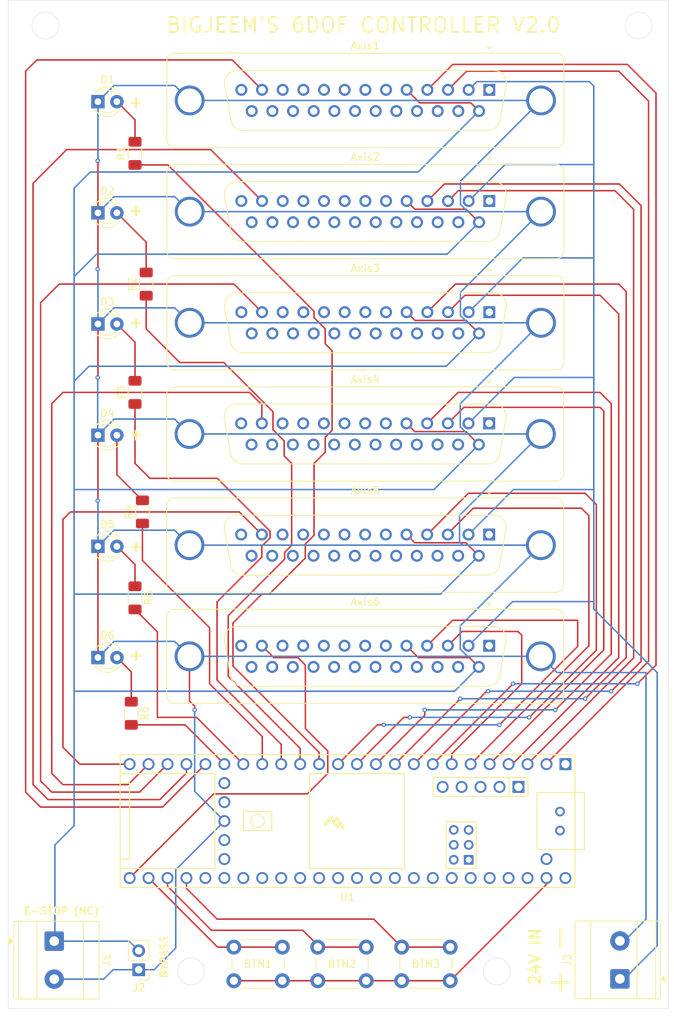
<source format=kicad_pcb>
(kicad_pcb (version 20241229) (generator "pcbnew") (generator_version "9.0")
  (layers (0 "F.Cu" signal) (2 "B.Cu" signal) (13 "F.Paste" user) (15 "B.Paste" user) (5 "F.SilkS" user "F.Silkscreen") (7 "B.SilkS" user "B.Silkscreen") (1 "F.Mask" user) (3 "B.Mask" user) (25 "Edge.Cuts" user))
  (net 0 "")
  (net 5 "Net-(U1-28_RX7)")
  (net 10 "Net-(Axis1-P14)")
  (net 11 "Net-(J3-Pin_1)")
  (net 12 "Net-(U1-6_OUT1D)")
  (net 16 "Net-(U1-0_RX1_CRX2_CS1)")
  (net 28 "Net-(U1-1_TX1_CTX2_MISO1)")
  (net 34 "Net-(U1-7_RX2_OUT1A)")
  (net 41 "Net-(U1-26_A12_MOSI1)")
  (net 60 "Net-(U1-27_A13_SCK1)")
  (net 86 "Net-(U1-25_A11_RX6_SDA2)")
  (net 105 "Net-(U1-24_A10_TX6_SCL2)")
  (net 118 "Net-(R2-Pad1)")
  (net 131 "Net-(U1-36_CS)")
  (net 133 "Net-(BTN1-Pad2)")
  (net 136 "Net-(U1-35_TX8)")
  (net 149 "Net-(U1-34_RX8)")
  (net 168 "Net-(U1-29_TX7)")
  (net 169 "Net-(U1-2_OUT2)")
  (net 170 "Net-(U1-8_TX2_IN1)")
  (net 171 "Net-(U1-30_CRX3)")
  (net 172 "Net-(U1-31_CTX3)")
  (net 173 "Net-(U1-3_LRCLK2)")
  (net 174 "Net-(U1-9_OUT1C)")
  (net 175 "Net-(U1-10_CS_MQSR)")
  (net 176 "Net-(U1-4_BCLK2)")
  (net 177 "Net-(U1-32_OUT1B)")
  (net 178 "Net-(U1-33_MCLK2)")
  (net 179 "Net-(U1-5_IN2)")
  (net 180 "Net-(U1-11_MOSI_CTX1)")
  (net 181 "Net-(D1-A)")
  (net 182 "Net-(D2-A)")
  (net 183 "Net-(D3-A)")
  (net 184 "Net-(D4-A)")
  (net 185 "Net-(D5-A)")
  (net 186 "Net-(D6-A)")
  (net 188 "Net-(U1-12_MISO_MQSL)")
  (net 189 "Net-(Axis1-PAD)")
  (footprint "LED_THT:LED_D3.0mm" (layer "F.Cu") (at 120.535 109.988961)
    (property "Reference" "D6")
    (property "Value" "LED")
  )
  (footprint "LED_THT:LED_D3.0mm" (layer "F.Cu") (at 120.535 65.344872)
    (property "Reference" "D3")
    (property "Value" "LED")
  )
  (footprint "Resistor_SMD:R_1206_3216Metric_Pad1.30x1.75mm_HandSolder" (layer "F.Cu") (at 125.5 42.5 90)
    (property "Reference" "R1")
    (property "Value" "R")
  )
  (footprint "Resistor_SMD:R_1206_3216Metric_Pad1.30x1.75mm_HandSolder" (layer "F.Cu") (at 125 117.45 -90)
    (property "Reference" "R6")
    (property "Value" "R")
  )
  (footprint "Resistor_SMD:R_1206_3216Metric_Pad1.30x1.75mm_HandSolder" (layer "F.Cu") (at 125.5 102 -90)
    (property "Reference" "R5")
    (property "Value" "R")
  )
  (footprint "Button_Switch_THT:SW_PUSH_6mm_H7.3mm" (layer "F.Cu") (at 150 148.75)
    (property "Reference" "BTN2" (hide yes))
    (property "Value" "SW_Push-UP")
  )
  (footprint "Connector_Dsub:DSUB-25_Socket_Vertical_P2.77x2.84mm_MountingHoles" (layer "F.Cu") (at 172.975 93.525452)
    (property "Reference" "Axis5")
    (property "Value" "DB25_Socket_MountingHoles")
  )
  (footprint "Button_Switch_THT:SW_PUSH_6mm_H7.3mm" (layer "F.Cu") (at 161.25 148.75)
    (property "Reference" "BTN3" (hide yes))
    (property "Value" "SW_Push-DOWN")
  )
  (footprint "Connector_Dsub:DSUB-25_Socket_Vertical_P2.77x2.84mm_MountingHoles" (layer "F.Cu") (at 173 34)
    (property "Reference" "Axis1")
    (property "Value" "DB25_Socket_MountingHoles")
  )
  (footprint "Button_Switch_THT:SW_PUSH_6mm_H7.3mm" (layer "F.Cu") (at 138.75 148.75)
    (property "Reference" "BTN1" (hide yes))
    (property "Value" "SW_Push-SELECT")
  )
  (footprint "TerminalBlock_Phoenix:TerminalBlock_Phoenix_MKDS-3-2-5.08_1x02_P5.08mm_Horizontal" (layer "F.Cu") (at 114.6725 147.955 -90)
    (property "Reference" "J1")
    (property "Value" "Screw_Terminal_01x02")
  )
  (footprint "teensy.pretty-master:Teensy41" (layer "F.Cu") (at 153.99 131.88 180)
    (property "Reference" "U1")
    (property "Value" "Teensy4.1")
  )
  (footprint "LED_THT:LED_D3.0mm" (layer "F.Cu") (at 120.535 35.582146)
    (property "Reference" "D1")
    (property "Value" "LED")
  )
  (footprint "LED_THT:LED_D3.0mm" (layer "F.Cu") (at 120.535 95.107598)
    (property "Reference" "D5")
    (property "Value" "LED")
  )
  (footprint "Resistor_SMD:R_1206_3216Metric_Pad1.30x1.75mm_HandSolder" (layer "F.Cu") (at 125.5 74.5 90)
    (property "Reference" "R3")
    (property "Value" "R")
  )
  (footprint "Connector_PinHeader_2.54mm:PinHeader_1x02_P2.54mm_Vertical" (layer "F.Cu") (at 126 151.775 180)
    (property "Reference" "J2")
    (property "Value" "Conn_01x02")
  )
  (footprint "Resistor_SMD:R_1206_3216Metric_Pad1.30x1.75mm_HandSolder" (layer "F.Cu") (at 126.5 90.5 90)
    (property "Reference" "R4")
    (property "Value" "R")
  )
  (footprint "Resistor_SMD:R_1206_3216Metric_Pad1.30x1.75mm_HandSolder" (layer "F.Cu") (at 127 60 90)
    (property "Reference" "R2")
    (property "Value" "R")
  )
  (footprint "LED_THT:LED_D3.0mm" (layer "F.Cu") (at 120.535 50.463509)
    (property "Reference" "D2")
    (property "Value" "LED")
  )
  (footprint "Connector_Dsub:DSUB-25_Socket_Vertical_P2.77x2.84mm_MountingHoles" (layer "F.Cu") (at 173 48.881363)
    (property "Reference" "Axis2")
    (property "Value" "DB25_Socket_MountingHoles")
  )
  (footprint "LED_THT:LED_D3.0mm" (layer "F.Cu") (at 120.535 80.226235)
    (property "Reference" "D4")
    (property "Value" "LED")
  )
  (footprint "TerminalBlock_Phoenix:TerminalBlock_Phoenix_MKDS-3-2-5.08_1x02_P5.08mm_Horizontal" (layer "F.Cu") (at 190.5 153 90)
    (property "Reference" "J3")
    (property "Value" "Screw_Terminal_01x02")
  )
  (footprint "Connector_Dsub:DSUB-25_Socket_Vertical_P2.77x2.84mm_MountingHoles" (layer "F.Cu") (at 172.975 108.406815)
    (property "Reference" "Axis6")
    (property "Value" "DB25_Socket_MountingHoles")
  )
  (footprint "Connector_Dsub:DSUB-25_Socket_Vertical_P2.77x2.84mm_MountingHoles" (layer "F.Cu") (at 173 63.762726)
    (property "Reference" "Axis3")
    (property "Value" "DB25_Socket_MountingHoles")
  )
  (footprint "Connector_Dsub:DSUB-25_Socket_Vertical_P2.77x2.84mm_MountingHoles" (layer "F.Cu") (at 172.975 78.644089)
    (property "Reference" "Axis4")
    (property "Value" "DB25_Socket_MountingHoles")
  )
  (gr_rect (start 108.5 22) (end 197 157) (stroke (width 0.05)) (fill no) (layer "Edge.Cuts"))
  (gr_circle (center 174 152) (end 175.8 152) (stroke (width 0.05)) (fill no) (layer "Edge.Cuts"))
  (gr_circle (center 193 25.4) (end 194.8 25.4) (stroke (width 0.05)) (fill no) (layer "Edge.Cuts"))
  (gr_circle (center 133 152) (end 134.8 152) (stroke (width 0.05)) (fill no) (layer "Edge.Cuts"))
  (gr_circle (center 113.5 25.4) (end 115.3 25.4) (stroke (width 0.05)) (fill no) (layer "Edge.Cuts"))
  (gr_text "+" (at 124.5 36.5 0) (layer "F.SilkS") (effects (font (size 1.5 1.5) (thickness 0.3) (bold yes)) (justify left bottom)))
  (gr_text "-" (at 181 145.5 270) (layer "F.SilkS") (effects (font (size 3 3) (thickness 0.3) (bold yes)) (justify left bottom)))
  (gr_text "BYPASS" (at 130 153 90) (layer "F.SilkS") (effects (font (size 1 1) (thickness 0.2) (bold yes)) (justify left bottom)))
  (gr_text "+" (at 124.5 51 0) (layer "F.SilkS") (effects (font (size 1.5 1.5) (thickness 0.3) (bold yes)) (justify left bottom)))
  (gr_text "+" (at 180.5 155 0) (layer "F.SilkS") (effects (font (size 3 3) (thickness 0.3) (bold yes)) (justify left bottom)))
  (gr_text "+" (at 124.5 96 0) (layer "F.SilkS") (effects (font (size 1.5 1.5) (thickness 0.3) (bold yes)) (justify left bottom)))
  (gr_text "+" (at 124.5 66 0) (layer "F.SilkS") (effects (font (size 1.5 1.5) (thickness 0.3) (bold yes)) (justify left bottom)))
  (gr_text "BIGJEEM'S 6DOF CONTROLLER V2.0" (at 129.5 26.5 0) (layer "F.SilkS") (effects (font (size 2 2) (thickness 0.25)) (justify left bottom)))
  (gr_text "E-STOP (NC)" (at 110.5 144.5 0) (layer "F.SilkS") (effects (font (size 1 1) (thickness 0.2) (bold yes)) (justify left bottom)))
  (gr_text "+" (at 124.5 81 0) (layer "F.SilkS") (effects (font (size 1.5 1.5) (thickness 0.3) (bold yes)) (justify left bottom)))
  (gr_text "+" (at 124.5 110.5 0) (layer "F.SilkS") (effects (font (size 1.5 1.5) (thickness 0.3) (bold yes)) (justify left bottom)))
  (gr_text "24V IN" (at 180 154 90) (layer "F.SilkS") (effects (font (size 1.5 1.5) (thickness 0.3) (bold yes)) (justify left bottom)))
  (segment (start 142.53 34) (end 138.53 30) (width 0.2) (layer "F.Cu") (net 5))
  (segment (start 138.53 30) (end 112.34 30) (width 0.2) (layer "F.Cu") (net 5))
  (segment (start 110.84 31.5) (end 110.84 128) (width 0.2) (layer "F.Cu") (net 5))
  (segment (start 112.84 130) (end 129.2 130) (width 0.2) (layer "F.Cu") (net 5))
  (segment (start 129.2 130) (end 134.94 124.26) (width 0.2) (layer "F.Cu") (net 5))
  (segment (start 110.84 128) (end 112.84 130) (width 0.2) (layer "F.Cu") (net 5))
  (segment (start 110.84 31.5) (end 112.34 30) (width 0.2) (layer "F.Cu") (net 5))
  (segment (start 163.021 49.982363) (end 161.92 48.881363) (width 0.2) (layer "F.Cu") (net 10))
  (segment (start 171.59 81.484089) (end 169.851 79.745089) (width 0.2) (layer "F.Cu") (net 10))
  (segment (start 169.876 49.982363) (end 163.021 49.982363) (width 0.2) (layer "F.Cu") (net 10))
  (segment (start 163.021 64.863726) (end 161.92 63.762726) (width 0.2) (layer "F.Cu") (net 10))
  (segment (start 162.996 94.626452) (end 161.895 93.525452) (width 0.2) (layer "F.Cu") (net 10))
  (segment (start 169.851 79.745089) (end 162.996 79.745089) (width 0.2) (layer "F.Cu") (net 10))
  (segment (start 163.488185 110) (end 161.895 108.406815) (width 0.2) (layer "F.Cu") (net 10))
  (segment (start 170.343185 110) (end 163.488185 110) (width 0.2) (layer "F.Cu") (net 10))
  (segment (start 171.615 36.84) (end 170.514 35.739) (width 0.2) (layer "F.Cu") (net 10))
  (segment (start 162.996 79.745089) (end 161.895 78.644089) (width 0.2) (layer "F.Cu") (net 10))
  (segment (start 171.59 96.365452) (end 169.851 94.626452) (width 0.2) (layer "F.Cu") (net 10))
  (segment (start 171.615 66.602726) (end 169.876 64.863726) (width 0.2) (layer "F.Cu") (net 10))
  (segment (start 171.59 111.246815) (end 170.343185 110) (width 0.2) (layer "F.Cu") (net 10))
  (segment (start 163.659 35.739) (end 161.92 34) (width 0.2) (layer "F.Cu") (net 10))
  (segment (start 170.514 35.739) (end 163.659 35.739) (width 0.2) (layer "F.Cu") (net 10))
  (segment (start 169.876 64.863726) (end 163.021 64.863726) (width 0.2) (layer "F.Cu") (net 10))
  (segment (start 171.615 51.721363) (end 169.876 49.982363) (width 0.2) (layer "F.Cu") (net 10))
  (segment (start 169.851 94.626452) (end 162.996 94.626452) (width 0.2) (layer "F.Cu") (net 10))
  (segment (start 117.34 101.5) (end 166.455452 101.5) (width 0.2) (layer "B.Cu") (net 10))
  (segment (start 117.34 101.5) (end 117.34 87.5) (width 0.2) (layer "B.Cu") (net 10))
  (segment (start 171.615 36.84) (end 163.455 45) (width 0.2) (layer "B.Cu") (net 10))
  (segment (start 117.34 87.5) (end 117.34 73) (width 0.2) (layer "B.Cu") (net 10))
  (segment (start 120.34 56) (end 117.34 59) (width 0.2) (layer "B.Cu") (net 10))
  (segment (start 117.34 47.16) (end 117.34 59) (width 0.2) (layer "B.Cu") (net 10))
  (segment (start 114.76 135.08) (end 117.34 132.5) (width 0.2) (layer "B.Cu") (net 10))
  (segment (start 119.5 45) (end 117.34 47.16) (width 0.2) (layer "B.Cu") (net 10))
  (segment (start 124.72 147.955) (end 114.6725 147.955) (width 0.2) (layer "B.Cu") (net 10))
  (segment (start 163.455 45) (end 119.5 45) (width 0.2) (layer "B.Cu") (net 10))
  (segment (start 117.34 73) (end 117.34 59) (width 0.2) (layer "B.Cu") (net 10))
  (segment (start 117.34 132.5) (end 117.34 114.5) (width 0.2) (layer "B.Cu") (net 10))
  (segment (start 171.59 81.484089) (end 165.574089 87.5) (width 0.2) (layer "B.Cu") (net 10))
  (segment (start 117.34 114.5) (end 168.336815 114.5) (width 0.2) (layer "B.Cu") (net 10))
  (segment (start 171.59 111.246815) (end 168.336815 114.5) (width 0.2) (layer "B.Cu") (net 10))
  (segment (start 117.34 114.5) (end 117.34 101.5) (width 0.2) (layer "B.Cu") (net 10))
  (segment (start 171.59 96.365452) (end 166.455452 101.5) (width 0.2) (layer "B.Cu") (net 10))
  (segment (start 114.76 147.8675) (end 114.76 135.08) (width 0.2) (layer "B.Cu") (net 10))
  (segment (start 117.34 87.5) (end 165.574089 87.5) (width 0.2) (layer "B.Cu") (net 10))
  (segment (start 167.336363 56) (end 120.34 56) (width 0.2) (layer "B.Cu") (net 10))
  (segment (start 126 149.235) (end 124.72 147.955) (width 0.2) (layer "B.Cu") (net 10))
  (segment (start 171.615 51.721363) (end 167.336363 56) (width 0.2) (layer "B.Cu") (net 10))
  (segment (start 119.34 71) (end 117.34 73) (width 0.2) (layer "B.Cu") (net 10))
  (segment (start 167.217726 71) (end 119.34 71) (width 0.2) (layer "B.Cu") (net 10))
  (segment (start 171.615 66.602726) (end 167.217726 71) (width 0.2) (layer "B.Cu") (net 10))
  (segment (start 187 87.5) (end 187 72.5) (width 0.2) (layer "B.Cu") (net 11))
  (segment (start 170.205 93.525452) (end 176.230452 87.5) (width 0.2) (layer "B.Cu") (net 11))
  (segment (start 186.399 32.899) (end 171.331 32.899) (width 0.2) (layer "B.Cu") (net 11))
  (segment (start 195.5 112) (end 187 103.5) (width 0.2) (layer "B.Cu") (net 11))
  (segment (start 191.08 153) (end 195.5 148.58) (width 0.2) (layer "B.Cu") (net 11))
  (segment (start 176.230452 87.5) (end 187 87.5) (width 0.2) (layer "B.Cu") (net 11))
  (segment (start 187 44) (end 187 33.5) (width 0.2) (layer "B.Cu") (net 11))
  (segment (start 187 56.5) (end 187 44) (width 0.2) (layer "B.Cu") (net 11))
  (segment (start 176.111815 102.5) (end 187 102.5) (width 0.2) (layer "B.Cu") (net 11))
  (segment (start 176.349089 72.5) (end 187 72.5) (width 0.2) (layer "B.Cu") (net 11))
  (segment (start 171.331 32.899) (end 170.23 34) (width 0.2) (layer "B.Cu") (net 11))
  (segment (start 195.5 148.58) (end 195.5 112) (width 0.2) (layer "B.Cu") (net 11))
  (segment (start 175.111363 44) (end 187 44) (width 0.2) (layer "B.Cu") (net 11))
  (segment (start 187 102.5) (end 187 103.5) (width 0.2) (layer "B.Cu") (net 11))
  (segment (start 187 72.5) (end 187 56.5) (width 0.2) (layer "B.Cu") (net 11))
  (segment (start 187 33.5) (end 186.399 32.899) (width 0.2) (layer "B.Cu") (net 11))
  (segment (start 170.23 48.881363) (end 175.111363 44) (width 0.2) (layer "B.Cu") (net 11))
  (segment (start 170.205 78.644089) (end 176.349089 72.5) (width 0.2) (layer "B.Cu") (net 11))
  (segment (start 170.23 63.762726) (end 177.492726 56.5) (width 0.2) (layer "B.Cu") (net 11))
  (segment (start 190.5 153) (end 191.08 153) (width 0.2) (layer "B.Cu") (net 11))
  (segment (start 177.492726 56.5) (end 187 56.5) (width 0.2) (layer "B.Cu") (net 11))
  (segment (start 170.205 108.406815) (end 176.111815 102.5) (width 0.2) (layer "B.Cu") (net 11))
  (segment (start 187 103.5) (end 187 87.5) (width 0.2) (layer "B.Cu") (net 11))
  (segment (start 195.34 34.4329) (end 191.5061 30.599) (width 0.2) (layer "F.Cu") (net 12))
  (segment (start 168.091 30.599) (end 164.69 34) (width 0.2) (layer "F.Cu") (net 12))
  (segment (start 195.34 111) (end 195.34 34.4329) (width 0.2) (layer "F.Cu") (net 12))
  (segment (start 192.84 113.5) (end 195.34 111) (width 0.2) (layer "F.Cu") (net 12))
  (segment (start 176.18 113.5) (end 165.42 124.26) (width 0.2) (layer "F.Cu") (net 12))
  (segment (start 191.5061 30.599) (end 168.091 30.599) (width 0.2) (layer "F.Cu") (net 12))
  (via (at 192.84 113.5) (size 0.6) (drill 0.3) (layers "F.Cu" "B.Cu") (net 12))
  (via (at 176.18 113.5) (size 0.6) (drill 0.3) (layers "F.Cu" "B.Cu") (net 12))
  (segment (start 176.18 113.5) (end 192.84 113.5) (width 0.2) (layer "B.Cu") (net 12))
  (segment (start 194.34 110.5) (end 180.66 124.18) (width 0.2) (layer "F.Cu") (net 16))
  (segment (start 167.46 34) (end 169.96 31.5) (width 0.2) (layer "F.Cu") (net 16))
  (segment (start 169.96 31.5) (end 190.34 31.5) (width 0.2) (layer "F.Cu") (net 16))
  (segment (start 190.34 31.5) (end 194.34 35.5) (width 0.2) (layer "F.Cu") (net 16))
  (segment (start 194.34 35.5) (end 194.34 110.5) (width 0.2) (layer "F.Cu") (net 16))
  (segment (start 178.12 124.26) (end 192.34 110.04) (width 0.2) (layer "F.Cu") (net 28))
  (segment (start 192.34 50) (end 189.84 47.5) (width 0.2) (layer "F.Cu") (net 28))
  (segment (start 192.34 110.04) (end 192.34 50) (width 0.2) (layer "F.Cu") (net 28))
  (segment (start 189.84 47.5) (end 168.841363 47.5) (width 0.2) (layer "F.Cu") (net 28))
  (segment (start 168.841363 47.5) (end 167.46 48.881363) (width 0.2) (layer "F.Cu") (net 28))
  (segment (start 193.34 110.5) (end 193.34 49.5) (width 0.2) (layer "F.Cu") (net 34))
  (segment (start 193.34 49.5) (end 190.439 46.599) (width 0.2) (layer "F.Cu") (net 34))
  (segment (start 190.439 46.599) (end 166.972363 46.599) (width 0.2) (layer "F.Cu") (net 34))
  (segment (start 172.84 114.495735) (end 172.644265 114.495735) (width 0.2) (layer "F.Cu") (net 34))
  (segment (start 166.972363 46.599) (end 164.69 48.881363) (width 0.2) (layer "F.Cu") (net 34))
  (segment (start 189.34 114.5) (end 193.34 110.5) (width 0.2) (layer "F.Cu") (net 34))
  (segment (start 172.644265 114.495735) (end 162.88 124.26) (width 0.2) (layer "F.Cu") (net 34))
  (via (at 172.84 114.495735) (size 0.6) (drill 0.3) (layers "F.Cu" "B.Cu") (net 34))
  (via (at 189.34 114.5) (size 0.6) (drill 0.3) (layers "F.Cu" "B.Cu") (net 34))
  (segment (start 174.835735 114.495735) (end 174.84 114.5) (width 0.2) (layer "B.Cu") (net 34))
  (segment (start 172.84 114.495735) (end 174.835735 114.495735) (width 0.2) (layer "B.Cu") (net 34))
  (segment (start 174.84 114.5) (end 189.34 114.5) (width 0.2) (layer "B.Cu") (net 34))
  (segment (start 128.5 118) (end 128.5 106.55) (width 0.2) (layer "F.Cu") (net 41))
  (segment (start 140.02 124.26) (end 133.76 118) (width 0.2) (layer "F.Cu") (net 41))
  (segment (start 133.76 118) (end 128.5 118) (width 0.2) (layer "F.Cu") (net 41))
  (segment (start 128.5 106.55) (end 125.5 103.55) (width 0.2) (layer "F.Cu") (net 41))
  (segment (start 137.48 124.26) (end 132.22 119) (width 0.2) (layer "F.Cu") (net 60))
  (segment (start 132.22 119) (end 125 119) (width 0.2) (layer "F.Cu") (net 60))
  (segment (start 142.56 124.26) (end 142.56 120.56) (width 0.2) (layer "F.Cu") (net 86))
  (segment (start 126.5 97) (end 126.5 92.05) (width 0.2) (layer "F.Cu") (net 86))
  (segment (start 135.5 106) (end 126.5 97) (width 0.2) (layer "F.Cu") (net 86))
  (segment (start 142.56 120.56) (end 135.5 113.5) (width 0.2) (layer "F.Cu") (net 86))
  (segment (start 135.5 113.5) (end 135.5 106) (width 0.2) (layer "F.Cu") (net 86))
  (segment (start 145.1 124.26) (end 145.1 121.6) (width 0.2) (layer "F.Cu") (net 105))
  (segment (start 136.536598 86) (end 127.5 86) (width 0.2) (layer "F.Cu") (net 105))
  (segment (start 143.606 93.981502) (end 143.606 93.069402) (width 0.2) (layer "F.Cu") (net 105))
  (segment (start 136.5 113) (end 136.5 102.542502) (width 0.2) (layer "F.Cu") (net 105))
  (segment (start 125.5 84) (end 125.5 76.05) (width 0.2) (layer "F.Cu") (net 105))
  (segment (start 136.5 102.542502) (end 142.5 96.542502) (width 0.2) (layer "F.Cu") (net 105))
  (segment (start 142.5 96.542502) (end 142.5 95.087502) (width 0.2) (layer "F.Cu") (net 105))
  (segment (start 127.5 86) (end 125.5 84) (width 0.2) (layer "F.Cu") (net 105))
  (segment (start 142.5 95.087502) (end 143.606 93.981502) (width 0.2) (layer "F.Cu") (net 105))
  (segment (start 143.606 93.069402) (end 136.536598 86) (width 0.2) (layer "F.Cu") (net 105))
  (segment (start 145.1 121.6) (end 136.5 113) (width 0.2) (layer "F.Cu") (net 105))
  (segment (start 146.5 94.968402) (end 146.5 84) (width 0.2) (layer "F.Cu") (net 118))
  (segment (start 138 104.380502) (end 145.559 96.821502) (width 0.2) (layer "F.Cu") (net 118))
  (segment (start 145.5 83) (end 145.5 81) (width 0.2) (layer "F.Cu") (net 118))
  (segment (start 138 112.5) (end 138 104.380502) (width 0.2) (layer "F.Cu") (net 118))
  (segment (start 146.5 84) (end 145.5 83) (width 0.2) (layer "F.Cu") (net 118))
  (segment (start 147.64 124.26) (end 147.64 122.14) (width 0.2) (layer "F.Cu") (net 118))
  (segment (start 127 66) (end 127 61.55) (width 0.2) (layer "F.Cu") (net 118))
  (segment (start 144 79.5) (end 144 77.0929) (width 0.2) (layer "F.Cu") (net 118))
  (segment (start 137.4071 70.5) (end 131.5 70.5) (width 0.2) (layer "F.Cu") (net 118))
  (segment (start 144 77.0929) (end 137.4071 70.5) (width 0.2) (layer "F.Cu") (net 118))
  (segment (start 145.559 96.821502) (end 145.559 95.909402) (width 0.2) (layer "F.Cu") (net 118))
  (segment (start 147.64 122.14) (end 138 112.5) (width 0.2) (layer "F.Cu") (net 118))
  (segment (start 145.559 95.909402) (end 146.5 94.968402) (width 0.2) (layer "F.Cu") (net 118))
  (segment (start 131.5 70.5) (end 127 66) (width 0.2) (layer "F.Cu") (net 118))
  (segment (start 145.5 81) (end 144 79.5) (width 0.2) (layer "F.Cu") (net 118))
  (segment (start 161.25 148.75) (end 167.75 148.75) (width 0.2) (layer "F.Cu") (net 131))
  (segment (start 132.4 140.9) (end 132.4 139.5) (width 0.2) (layer "F.Cu") (net 131))
  (segment (start 157.5 145) (end 136.5 145) (width 0.2) (layer "F.Cu") (net 131))
  (segment (start 136.5 145) (end 132.4 140.9) (width 0.2) (layer "F.Cu") (net 131))
  (segment (start 161.25 148.75) (end 157.5 145) (width 0.2) (layer "F.Cu") (net 131))
  (segment (start 161.25 153.25) (end 167.75 153.25) (width 0.2) (layer "F.Cu") (net 133))
  (segment (start 138.75 153.25) (end 145.25 153.25) (width 0.2) (layer "F.Cu") (net 133))
  (segment (start 150.25 153.25) (end 145.25 153.25) (width 0.2) (layer "F.Cu") (net 133))
  (segment (start 161.25 153.25) (end 156.75 153.25) (width 0.2) (layer "F.Cu") (net 133))
  (segment (start 150.25 153.25) (end 156.75 153.25) (width 0.2) (layer "F.Cu") (net 133))
  (segment (start 167.75 153.25) (end 180.66 140.34) (width 0.2) (layer "F.Cu") (net 133))
  (segment (start 180.66 140.34) (end 180.66 139.5) (width 0.2) (layer "F.Cu") (net 133))
  (segment (start 130 139.64) (end 129.86 139.5) (width 0.2) (layer "F.Cu") (net 136))
  (segment (start 150.25 148.75) (end 150.5 149) (width 0.2) (layer "F.Cu") (net 136))
  (segment (start 135.75 146.5) (end 129.86 140.61) (width 0.2) (layer "F.Cu") (net 136))
  (segment (start 150.25 148.75) (end 148 146.5) (width 0.2) (layer "F.Cu") (net 136))
  (segment (start 129.86 140.61) (end 129.86 139.5) (width 0.2) (layer "F.Cu") (net 136))
  (segment (start 150.25 148.75) (end 156.75 148.75) (width 0.2) (layer "F.Cu") (net 136))
  (segment (start 148 146.5) (end 135.75 146.5) (width 0.2) (layer "F.Cu") (net 136))
  (segment (start 136.57 148.75) (end 127.32 139.5) (width 0.2) (layer "F.Cu") (net 149))
  (segment (start 138.75 148.75) (end 136.57 148.75) (width 0.2) (layer "F.Cu") (net 149))
  (segment (start 138.75 148.75) (end 145.25 148.75) (width 0.2) (layer "F.Cu") (net 149))
  (segment (start 111.84 46.5) (end 116.34 42) (width 0.2) (layer "F.Cu") (net 168))
  (segment (start 128.84 129) (end 113.84 129) (width 0.2) (layer "F.Cu") (net 168))
  (segment (start 111.84 127) (end 111.84 46.5) (width 0.2) (layer "F.Cu") (net 168))
  (segment (start 116.34 42) (end 135.648637 42) (width 0.2) (layer "F.Cu") (net 168))
  (segment (start 135.648637 42) (end 142.53 48.881363) (width 0.2) (layer "F.Cu") (net 168))
  (segment (start 113.84 129) (end 111.84 127) (width 0.2) (layer "F.Cu") (net 168))
  (segment (start 132.4 125.44) (end 128.84 129) (width 0.2) (layer "F.Cu") (net 168))
  (segment (start 132.4 124.26) (end 132.4 125.44) (width 0.2) (layer "F.Cu") (net 168))
  (segment (start 190.34 110) (end 190.34 64) (width 0.2) (layer "F.Cu") (net 169))
  (segment (start 187.84 61.5) (end 169.722726 61.5) (width 0.2) (layer "F.Cu") (net 169))
  (segment (start 190.34 64) (end 187.84 61.5) (width 0.2) (layer "F.Cu") (net 169))
  (segment (start 176.08 124.26) (end 190.34 110) (width 0.2) (layer "F.Cu") (net 169))
  (segment (start 169.722726 61.5) (end 167.46 63.762726) (width 0.2) (layer "F.Cu") (net 169))
  (segment (start 168.452726 60) (end 164.69 63.762726) (width 0.2) (layer "F.Cu") (net 170))
  (segment (start 191.34 110) (end 191.34 61) (width 0.2) (layer "F.Cu") (net 170))
  (segment (start 185.84 115.5) (end 191.34 110) (width 0.2) (layer "F.Cu") (net 170))
  (segment (start 169.1 115.5) (end 160.34 124.26) (width 0.2) (layer "F.Cu") (net 170))
  (segment (start 191.34 61) (end 190.34 60) (width 0.2) (layer "F.Cu") (net 170))
  (segment (start 190.34 60) (end 168.452726 60) (width 0.2) (layer "F.Cu") (net 170))
  (via (at 185.84 115.5) (size 0.6) (drill 0.3) (layers "F.Cu" "B.Cu") (net 170))
  (via (at 169.1 115.5) (size 0.6) (drill 0.3) (layers "F.Cu" "B.Cu") (net 170))
  (segment (start 169.1 115.5) (end 185.84 115.5) (width 0.2) (layer "B.Cu") (net 170))
  (segment (start 112.84 126.5) (end 114.34 128) (width 0.2) (layer "F.Cu") (net 171))
  (segment (start 112.84 62.5) (end 112.84 126.5) (width 0.2) (layer "F.Cu") (net 171))
  (segment (start 115.34 60) (end 112.84 62.5) (width 0.2) (layer "F.Cu") (net 171))
  (segment (start 138.767274 60) (end 115.34 60) (width 0.2) (layer "F.Cu") (net 171))
  (segment (start 114.34 128) (end 126.12 128) (width 0.2) (layer "F.Cu") (net 171))
  (segment (start 126.12 128) (end 129.86 124.26) (width 0.2) (layer "F.Cu") (net 171))
  (segment (start 142.53 63.762726) (end 138.767274 60) (width 0.2) (layer "F.Cu") (net 171))
  (segment (start 115.84 74.5) (end 140.84 74.5) (width 0.2) (layer "F.Cu") (net 172))
  (segment (start 140.84 74.5) (end 142.505 76.165) (width 0.2) (layer "F.Cu") (net 172))
  (segment (start 142.505 76.165) (end 142.505 78.644089) (width 0.2) (layer "F.Cu") (net 172))
  (segment (start 124.58 127) (end 115.84 127) (width 0.2) (layer "F.Cu") (net 172))
  (segment (start 114.34 125.5) (end 114.34 76) (width 0.2) (layer "F.Cu") (net 172))
  (segment (start 127.32 124.26) (end 124.58 127) (width 0.2) (layer "F.Cu") (net 172))
  (segment (start 114.34 76) (end 115.84 74.5) (width 0.2) (layer "F.Cu") (net 172))
  (segment (start 115.84 127) (end 114.34 125.5) (width 0.2) (layer "F.Cu") (net 172))
  (segment (start 188.3 109) (end 188.34 109) (width 0.2) (layer "F.Cu") (net 173))
  (segment (start 188.34 77) (end 187.84 76.5) (width 0.2) (layer "F.Cu") (net 173))
  (segment (start 173.04 124.26) (end 188.3 109) (width 0.2) (layer "F.Cu") (net 173))
  (segment (start 187.84 76.5) (end 169.579089 76.5) (width 0.2) (layer "F.Cu") (net 173))
  (segment (start 169.579089 76.5) (end 167.435 78.644089) (width 0.2) (layer "F.Cu") (net 173))
  (segment (start 188.34 109) (end 188.34 77) (width 0.2) (layer "F.Cu") (net 173))
  (segment (start 189.34 76) (end 187.84 74.5) (width 0.2) (layer "F.Cu") (net 174))
  (segment (start 181.84 117) (end 189.34 109.5) (width 0.2) (layer "F.Cu") (net 174))
  (segment (start 189.34 109.5) (end 189.34 76) (width 0.2) (layer "F.Cu") (net 174))
  (segment (start 187.84 74.5) (end 168.809089 74.5) (width 0.2) (layer "F.Cu") (net 174))
  (segment (start 168.809089 74.5) (end 164.665 78.644089) (width 0.2) (layer "F.Cu") (net 174))
  (segment (start 164.34 117.72) (end 157.8 124.26) (width 0.2) (layer "F.Cu") (net 174))
  (segment (start 164.34 117) (end 164.34 117.72) (width 0.2) (layer "F.Cu") (net 174))
  (via (at 181.84 117) (size 0.6) (drill 0.3) (layers "F.Cu" "B.Cu") (net 174))
  (via (at 164.34 117) (size 0.6) (drill 0.3) (layers "F.Cu" "B.Cu") (net 174))
  (segment (start 164.34 117) (end 181.84 117) (width 0.2) (layer "B.Cu") (net 174))
  (segment (start 187.34 89.5) (end 187.34 109) (width 0.2) (layer "F.Cu") (net 175))
  (segment (start 178.34 118) (end 187.34 109) (width 0.2) (layer "F.Cu") (net 175))
  (segment (start 164.665 93.525452) (end 170.190452 88) (width 0.2) (layer "F.Cu") (net 175))
  (segment (start 162.34 118) (end 161.52 118) (width 0.2) (layer "F.Cu") (net 175))
  (segment (start 161.52 118) (end 155.26 124.26) (width 0.2) (layer "F.Cu") (net 175))
  (segment (start 185.84 88) (end 187.34 89.5) (width 0.2) (layer "F.Cu") (net 175))
  (segment (start 170.190452 88) (end 185.84 88) (width 0.2) (layer "F.Cu") (net 175))
  (via (at 162.34 118) (size 0.6) (drill 0.3) (layers "F.Cu" "B.Cu") (net 175))
  (via (at 178.34 118) (size 0.6) (drill 0.3) (layers "F.Cu" "B.Cu") (net 175))
  (segment (start 178.34 118) (end 162.34 118) (width 0.2) (layer "B.Cu") (net 175))
  (segment (start 185.34 90) (end 170.84 90) (width 0.2) (layer "F.Cu") (net 176))
  (segment (start 186.34 108.42) (end 186.34 91) (width 0.2) (layer "F.Cu") (net 176))
  (segment (start 186.34 91) (end 185.34 90) (width 0.2) (layer "F.Cu") (net 176))
  (segment (start 170.84 90) (end 167.435 93.405) (width 0.2) (layer "F.Cu") (net 176))
  (segment (start 170.5 124.26) (end 186.34 108.42) (width 0.2) (layer "F.Cu") (net 176))
  (segment (start 139.479548 90.5) (end 142.505 93.525452) (width 0.2) (layer "F.Cu") (net 177))
  (segment (start 124.78 124.26) (end 118.1 124.26) (width 0.2) (layer "F.Cu") (net 177))
  (segment (start 115.84 122) (end 115.84 91.5) (width 0.2) (layer "F.Cu") (net 177))
  (segment (start 118.1 124.26) (end 115.84 122) (width 0.2) (layer "F.Cu") (net 177))
  (segment (start 115.84 91.5) (end 116.84 90.5) (width 0.2) (layer "F.Cu") (net 177))
  (segment (start 116.84 90.5) (end 139.479548 90.5) (width 0.2) (layer "F.Cu") (net 177))
  (segment (start 151.34 125.5) (end 151.34 122.5) (width 0.2) (layer "F.Cu") (net 178))
  (segment (start 151.34 122.5) (end 148.34 119.5) (width 0.2) (layer "F.Cu") (net 178))
  (segment (start 148.329 111.702865) (end 148.329 110.989) (width 0.2) (layer "F.Cu") (net 178))
  (segment (start 148.329 110.989) (end 147.34 110) (width 0.2) (layer "F.Cu") (net 178))
  (segment (start 148.34 111.713865) (end 148.329 111.702865) (width 0.2) (layer "F.Cu") (net 178))
  (segment (start 148.34 119.5) (end 148.34 111.713865) (width 0.2) (layer "F.Cu") (net 178))
  (segment (start 124.78 139.5) (end 136.041 128.239) (width 0.2) (layer "F.Cu") (net 178))
  (segment (start 148.601 128.239) (end 151.34 125.5) (width 0.2) (layer "F.Cu") (net 178))
  (segment (start 147.34 110) (end 144.098185 110) (width 0.2) (layer "F.Cu") (net 178))
  (segment (start 136.041 128.239) (end 148.601 128.239) (width 0.2) (layer "F.Cu") (net 178))
  (segment (start 144.098185 110) (end 142.505 108.406815) (width 0.2) (layer "F.Cu") (net 178))
  (segment (start 167.96 122.88) (end 177.34 113.5) (width 0.2) (layer "F.Cu") (net 179))
  (segment (start 177.34 107) (end 176.84 106.5) (width 0.2) (layer "F.Cu") (net 179))
  (segment (start 169.341815 106.5) (end 167.435 108.406815) (width 0.2) (layer "F.Cu") (net 179))
  (segment (start 167.96 124.26) (end 167.96 122.88) (width 0.2) (layer "F.Cu") (net 179))
  (segment (start 177.34 113.5) (end 177.34 107) (width 0.2) (layer "F.Cu") (net 179))
  (segment (start 176.84 106.5) (end 169.341815 106.5) (width 0.2) (layer "F.Cu") (net 179))
  (segment (start 168.071815 105) (end 184.84 105) (width 0.2) (layer "F.Cu") (net 180))
  (segment (start 164.665 108.406815) (end 168.071815 105) (width 0.2) (layer "F.Cu") (net 180))
  (segment (start 184.84 105) (end 184.84 108.5) (width 0.2) (layer "F.Cu") (net 180))
  (segment (start 157.98 119) (end 152.72 124.26) (width 0.2) (layer "F.Cu") (net 180))
  (segment (start 184.84 108.5) (end 174.34 119) (width 0.2) (layer "F.Cu") (net 180))
  (segment (start 158.84 119) (end 157.98 119) (width 0.2) (layer "F.Cu") (net 180))
  (via (at 158.84 119) (size 0.6) (drill 0.3) (layers "F.Cu" "B.Cu") (net 180))
  (via (at 174.34 119) (size 0.6) (drill 0.3) (layers "F.Cu" "B.Cu") (net 180))
  (segment (start 174.34 119) (end 158.84 119) (width 0.2) (layer "B.Cu") (net 180))
  (segment (start 125.5 40.95) (end 125.5 38.007146) (width 0.2) (layer "F.Cu") (net 181))
  (segment (start 125.5 38.007146) (end 123.075 35.582146) (width 0.2) (layer "F.Cu") (net 181))
  (segment (start 127 54.388509) (end 123.075 50.463509) (width 0.2) (layer "F.Cu") (net 182))
  (segment (start 127 58.5) (end 127 54.388509) (width 0.2) (layer "F.Cu") (net 182))
  (segment (start 125.5 67.769872) (end 123.075 65.344872) (width 0.2) (layer "F.Cu") (net 183))
  (segment (start 125.5 72.95) (end 125.5 67.769872) (width 0.2) (layer "F.Cu") (net 183))
  (segment (start 123.075 85.525) (end 123.075 80.226235) (width 0.2) (layer "F.Cu") (net 184))
  (segment (start 126.5 88.95) (end 123.075 85.525) (width 0.2) (layer "F.Cu") (net 184))
  (segment (start 125.5 97.532598) (end 123.075 95.107598) (width 0.2) (layer "F.Cu") (net 185))
  (segment (start 125.5 100.45) (end 125.5 97.532598) (width 0.2) (layer "F.Cu") (net 185))
  (segment (start 125 111.913961) (end 123.075 109.988961) (width 0.2) (layer "F.Cu") (net 186))
  (segment (start 125 115.9) (end 125 111.913961) (width 0.2) (layer "F.Cu") (net 186))
  (segment (start 150.18 124.26) (end 150.18 122.68) (width 0.2) (layer "F.Cu") (net 188))
  (segment (start 151 80.50807) (end 151.916 79.59207) (width 0.2) (layer "F.Cu") (net 188))
  (segment (start 151.916 79.59207) (end 151.916 68.916) (width 0.2) (layer "F.Cu") (net 188))
  (segment (start 149.5 93.627502) (end 149.5 84) (width 0.2) (layer "F.Cu") (net 188))
  (segment (start 148.329 96.671) (end 148.329 94.798502) (width 0.2) (layer "F.Cu") (net 188))
  (segment (start 151 66) (end 149.5 64.5) (width 0.2) (layer "F.Cu") (net 188))
  (segment (start 149.5 84) (end 151 82.5) (width 0.2) (layer "F.Cu") (net 188))
  (segment (start 151 68) (end 151 66) (width 0.2) (layer "F.Cu") (net 188))
  (segment (start 142.5 101.5) (end 143.5 101.5) (width 0.2) (layer "F.Cu") (net 188))
  (segment (start 138.634 111.134) (end 138.634 105.366) (width 0.2) (layer "F.Cu") (net 188))
  (segment (start 138.634 105.366) (end 142.5 101.5) (width 0.2) (layer "F.Cu") (net 188))
  (segment (start 151 82.5) (end 151 80.50807) (width 0.2) (layer "F.Cu") (net 188))
  (segment (start 149.5 64.5) (end 149.5 63.635676) (width 0.2) (layer "F.Cu") (net 188))
  (segment (start 143.5 101.5) (end 148.329 96.671) (width 0.2) (layer "F.Cu") (net 188))
  (segment (start 150.18 122.68) (end 138.634 111.134) (width 0.2) (layer "F.Cu") (net 188))
  (segment (start 151.916 68.916) (end 151 68) (width 0.2) (layer "F.Cu") (net 188))
  (segment (start 148.329 94.798502) (end 149.5 93.627502) (width 0.2) (layer "F.Cu") (net 188))
  (segment (start 149.5 63.635676) (end 129.914324 44.05) (width 0.2) (layer "F.Cu") (net 188))
  (segment (start 129.914324 44.05) (end 125.5 44.05) (width 0.2) (layer "F.Cu") (net 188))
  (segment (start 133.5 116.5) (end 132.805 115.805) (width 0.2) (layer "F.Cu") (net 189))
  (segment (start 120.5 72.5) (end 120.535 72.465) (width 0.2) (layer "F.Cu") (net 189))
  (segment (start 120.535 50.463509) (end 120.535 43.535) (width 0.2) (layer "F.Cu") (net 189))
  (segment (start 120.5 58) (end 120.535 57.965) (width 0.2) (layer "F.Cu") (net 189))
  (segment (start 120.535 43.535) (end 120.5 43.5) (width 0.2) (layer "F.Cu") (net 189))
  (segment (start 133.5 117) (end 133.5 116.5) (width 0.2) (layer "F.Cu") (net 189))
  (segment (start 120.535 88.965) (end 120.535 80.226235) (width 0.2) (layer "F.Cu") (net 189))
  (segment (start 132.805 115.805) (end 132.805 109.826815) (width 0.2) (layer "F.Cu") (net 189))
  (segment (start 120.535 109.988961) (end 120.535 95.107598) (width 0.2) (layer "F.Cu") (net 189))
  (segment (start 120.5 89) (end 120.535 88.965) (width 0.2) (layer "F.Cu") (net 189))
  (segment (start 120.535 57.965) (end 120.535 50.463509) (width 0.2) (layer "F.Cu") (net 189))
  (segment (start 120.535 72.465) (end 120.535 65.344872) (width 0.2) (layer "F.Cu") (net 189))
  (via (at 133.5 117) (size 0.6) (drill 0.3) (layers "F.Cu" "B.Cu") (net 189))
  (via (at 120.5 89) (size 0.6) (drill 0.3) (layers "F.Cu" "B.Cu") (net 189))
  (via (at 120.5 43.5) (size 0.6) (drill 0.3) (layers "F.Cu" "B.Cu") (net 189))
  (via (at 120.5 72.5) (size 0.6) (drill 0.3) (layers "F.Cu" "B.Cu") (net 189))
  (via (at 120.5 58) (size 0.6) (drill 0.3) (layers "F.Cu" "B.Cu") (net 189))
  (segment (start 179.905 109.826815) (end 170.06795 109.826815) (width 0.2) (layer "B.Cu") (net 189))
  (segment (start 128.065 151.775) (end 126 151.775) (width 0.2) (layer "B.Cu") (net 189))
  (segment (start 122.697146 33.42) (end 120.535 35.582146) (width 0.2) (layer "B.Cu") (net 189))
  (segment (start 120.535 43.465) (end 120.535 35.582146) (width 0.2) (layer "B.Cu") (net 189))
  (segment (start 133.5 117) (end 133.5 127.9) (width 0.2) (layer "B.Cu") (net 189))
  (segment (start 122.697146 63.182726) (end 120.535 65.344872) (width 0.2) (layer "B.Cu") (net 189))
  (segment (start 120.535 58.035) (end 120.5 58) (width 0.2) (layer "B.Cu") (net 189))
  (segment (start 169.104 105.746452) (end 179.905 94.945452) (width 0.2) (layer "B.Cu") (net 189))
  (segment (start 132.83 65.182726) (end 170.09295 65.182726) (width 0.2) (layer "B.Cu") (net 189))
  (segment (start 132.805 109.826815) (end 130.805 107.826815) (width 0.2) (layer "B.Cu") (net 189))
  (segment (start 169.129 49.337413) (end 169.129 46.221) (width 0.2) (layer "B.Cu") (net 189))
  (segment (start 194 145) (end 194 112) (width 0.2) (layer "B.Cu") (net 189))
  (segment (start 132.805 109.826815) (end 170.06795 109.826815) (width 0.2) (layer "B.Cu") (net 189))
  (segment (start 132.83 35.42) (end 179.93 35.42) (width 0.2) (layer "B.Cu") (net 189))
  (segment (start 132.83 35.42) (end 130.83 33.42) (width 0.2) (layer "B.Cu") (net 189))
  (segment (start 121.305 153.035) (end 114.6725 153.035) (width 0.2) (layer "B.Cu") (net 189))
  (segment (start 120.5 80.191235) (end 120.5 72.5) (width 0.2) (layer "B.Cu") (net 189))
  (segment (start 170.06795 109.826815) (end 169.104 108.862865) (width 0.2) (layer "B.Cu") (net 189))
  (segment (start 130.961 148.879) (end 128.065 151.775) (width 0.2) (layer "B.Cu") (net 189))
  (segment (start 130.83 48.301363) (end 122.697146 48.301363) (width 0.2) (layer "B.Cu") (net 189))
  (segment (start 132.83 65.182726) (end 130.83 63.182726) (width 0.2) (layer "B.Cu") (net 189))
  (segment (start 169 94.5) (end 169 90.969089) (width 0.2) (layer "B.Cu") (net 189))
  (segment (start 169.129 61.102363) (end 179.93 50.301363) (width 0.2) (layer "B.Cu") (net 189))
  (segment (start 179.93 50.301363) (end 170.09295 50.301363) (width 0.2) (layer "B.Cu") (net 189))
  (segment (start 120.535 89.035) (end 120.5 89) (width 0.2) (layer "B.Cu") (net 189))
  (segment (start 122.697146 48.301363) (end 120.535 50.463509) (width 0.2) (layer "B.Cu") (net 189))
  (segment (start 122.697146 107.826815) (end 120.535 109.988961) (width 0.2) (layer "B.Cu") (net 189))
  (segment (start 169.104 76.008726) (end 179.529 65.583726) (width 0.2) (layer "B.Cu") (net 189))
  (segment (start 130.83 63.182726) (end 122.697146 63.182726) (width 0.2) (layer "B.Cu") (net 189))
  (segment (start 179.905 80.064089) (end 170.06795 80.064089) (width 0.2) (layer "B.Cu") (net 189))
  (segment (start 133.5 127.9) (end 137.48 131.88) (width 0.2) (layer "B.Cu") (net 189))
  (segment (start 122.697146 92.945452) (end 120.535 95.107598) (width 0.2) (layer "B.Cu") (net 189))
  (segment (start 122.565 151.775) (end 121.305 153.035) (width 0.2) (layer "B.Cu") (net 189))
  (segment (start 132.83 50.301363) (end 130.83 48.301363) (width 0.2) (layer "B.Cu") (net 189))
  (segment (start 130.805 92.945452) (end 122.697146 92.945452) (width 0.2) (layer "B.Cu") (net 189))
  (segment (start 132.83 50.301363) (end 170.09295 50.301363) (width 0.2) (layer "B.Cu") (net 189))
  (segment (start 194 112) (end 182.078185 112) (width 0.2) (layer "B.Cu") (net 189))
  (segment (start 169.129 64.218776) (end 169.129 61.102363) (width 0.2) (layer "B.Cu") (net 189))
  (segment (start 130.961 138.399) (end 130.961 148.879) (width 0.2) (layer "B.Cu") (net 189))
  (segment (start 170.09295 65.182726) (end 169.129 64.218776) (width 0.2) (layer "B.Cu") (net 189))
  (segment (start 169 90.969089) (end 179.504 80.465089) (width 0.2) (layer "B.Cu") (net 189))
  (segment (start 169.129 46.221) (end 179.93 35.42) (width 0.2) (layer "B.Cu") (net 189))
  (segment (start 169.104 79.100139) (end 169.104 76.008726) (width 0.2) (layer "B.Cu") (net 189))
  (segment (start 132.805 80.064089) (end 170.06795 80.064089) (width 0.2) (layer "B.Cu") (net 189))
  (segment (start 120.5 43.5) (end 120.535 43.465) (width 0.2) (layer "B.Cu") (net 189))
  (segment (start 190.5 147.92) (end 191.08 147.92) (width 0.2) (layer "B.Cu") (net 189))
  (segment (start 169.104 108.862865) (end 169.104 105.746452) (width 0.2) (layer "B.Cu") (net 189))
  (segment (start 130.83 33.42) (end 122.697146 33.42) (width 0.2) (layer "B.Cu") (net 189))
  (segment (start 182.078185 112) (end 179.905 109.826815) (width 0.2) (layer "B.Cu") (net 189))
  (segment (start 126 151.775) (end 122.565 151.775) (width 0.2) (layer "B.Cu") (net 189))
  (segment (start 191.08 147.92) (end 194 145) (width 0.2) (layer "B.Cu") (net 189))
  (segment (start 120.535 95.107598) (end 120.535 89.035) (width 0.2) (layer "B.Cu") (net 189))
  (segment (start 130.805 107.826815) (end 122.697146 107.826815) (width 0.2) (layer "B.Cu") (net 189))
  (segment (start 120.535 65.344872) (end 120.535 58.035) (width 0.2) (layer "B.Cu") (net 189))
  (segment (start 132.805 80.064089) (end 130.805 78.064089) (width 0.2) (layer "B.Cu") (net 189))
  (segment (start 169.445452 94.945452) (end 169 94.5) (width 0.2) (layer "B.Cu") (net 189))
  (segment (start 137.48 131.88) (end 130.961 138.399) (width 0.2) (layer "B.Cu") (net 189))
  (segment (start 179.905 94.945452) (end 169.445452 94.945452) (width 0.2) (layer "B.Cu") (net 189))
  (segment (start 130.805 78.064089) (end 122.697146 78.064089) (width 0.2) (layer "B.Cu") (net 189))
  (segment (start 132.805 94.945452) (end 169.445452 94.945452) (width 0.2) (layer "B.Cu") (net 189))
  (segment (start 122.697146 78.064089) (end 120.535 80.226235) (width 0.2) (layer "B.Cu") (net 189))
  (segment (start 170.06795 80.064089) (end 169.104 79.100139) (width 0.2) (layer "B.Cu") (net 189))
  (segment (start 179.93 65.182726) (end 170.09295 65.182726) (width 0.2) (layer "B.Cu") (net 189))
  (segment (start 170.09295 50.301363) (end 169.129 49.337413) (width 0.2) (layer "B.Cu") (net 189))
  (segment (start 132.805 94.945452) (end 130.805 92.945452) (width 0.2) (layer "B.Cu") (net 189))
)
</source>
